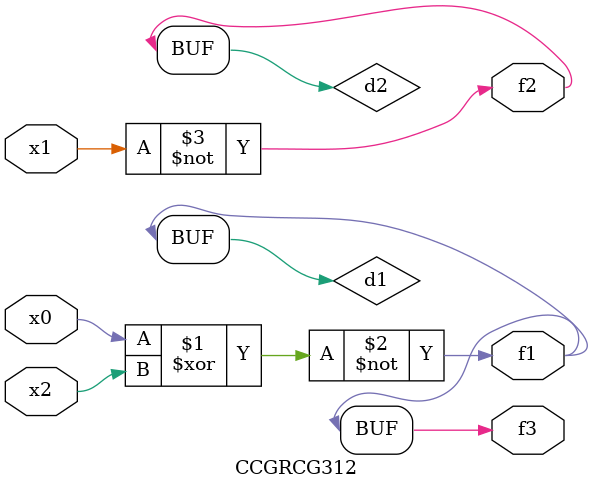
<source format=v>
module CCGRCG312(
	input x0, x1, x2,
	output f1, f2, f3
);

	wire d1, d2, d3;

	xnor (d1, x0, x2);
	nand (d2, x1);
	nor (d3, x1, x2);
	assign f1 = d1;
	assign f2 = d2;
	assign f3 = d1;
endmodule

</source>
